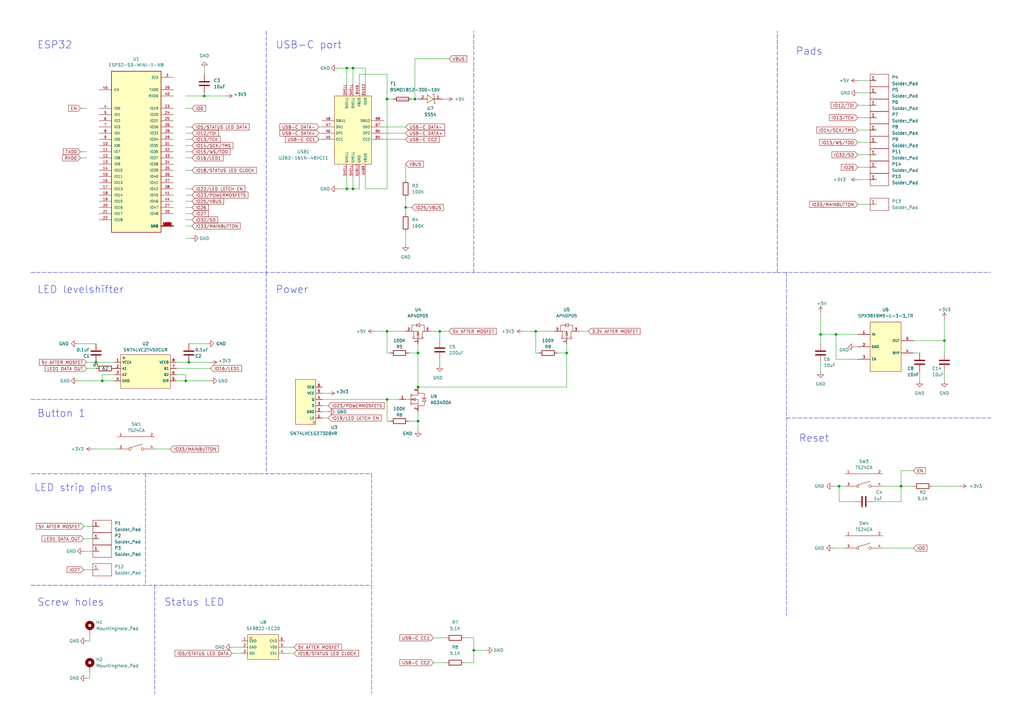
<source format=kicad_sch>
(kicad_sch (version 20211123) (generator eeschema)
  (paper "A3")
  (lib_symbols
    (symbol "Device:10K 0603" (pin_numbers hide) (pin_names (offset 0))
      (property "Reference" "R" (at 2.032 0 90))
      (property "Value" "10K 0603" (at 0 0 90))
      (symbol "10K 0603_1_1"
        (pin passive line (at 0 3.81 270) (length 1.27) (name "~") (number "1"))
        (pin passive line (at 0 -3.81 90) (length 1.27) (name "~") (number "2"))
      )
    )
    (symbol "Device:10uF 0603" (pin_numbers hide) (pin_names (offset 0.254))
      (property "Reference" "C" (at 0.635 2.54 0))
      (property "Value" "10uF 0603" (at 0.635 -2.54 0))
      (symbol "10uF 0603_1_1"
        (pin passive line (at 0 3.81 270) (length 2.794) (name "~") (number "1"))
        (pin passive line (at 0 -3.81 90) (length 2.794) (name "~") (number "2"))
      )
    )
    (symbol "Device:5.1K 1% 0603" (pin_numbers hide) (pin_names (offset 0))
      (property "Reference" "R" (at 2.032 0 90))
      (property "Value" "5.1K 1% 0603" (at 0 0 90))
      (symbol "5.1K 1% 0603_1_1"
        (pin passive line (at 0 3.81 270) (length 1.27) (name "~") (number "1"))
        (pin passive line (at 0 -3.81 90) (length 1.27) (name "~") (number "2"))
      )
    )
    (symbol "Device:C" (pin_numbers hide) (pin_names (offset 0.254))
      (property "Reference" "C" (at 0.635 2.54 0))
      (property "Value" "C" (at 0.635 -2.54 0))
      (symbol "C_1_1"
        (pin passive line (at 0 3.81 270) (length 2.794) (name "~") (number "1"))
        (pin passive line (at 0 -3.81 90) (length 2.794) (name "~") (number "2"))
      )
    )
    (symbol "Device:Fuse" (pin_numbers hide) (pin_names (offset 0))
      (property "Reference" "F" (at 2.032 0 90))
      (property "Value" "Fuse" (at -1.905 0 90))
      (symbol "Fuse_1_1"
        (pin passive line (at 0 3.81 270) (length 1.27) (name "~") (number "1"))
        (pin passive line (at 0 -3.81 90) (length 1.27) (name "~") (number "2"))
      )
    )
    (symbol "Device:R" (pin_numbers hide) (pin_names (offset 0))
      (property "Reference" "R" (at 2.032 0 90))
      (property "Value" "R" (at 0 0 90))
      (symbol "R_1_1"
        (pin passive line (at 0 3.81 270) (length 1.27) (name "~") (number "1"))
        (pin passive line (at 0 -3.81 90) (length 1.27) (name "~") (number "2"))
      )
    )
    (symbol "Mechanical:MountingHole_Pad" (pin_numbers hide) (pin_names (offset 1.016) hide)
      (property "Reference" "H" (at 0 6.35 0))
      (property "Value" "MountingHole_Pad" (at 0 4.445 0))
      (symbol "MountingHole_Pad_1_1"
        (pin input line (at 0 -2.54 90) (length 2.54) (name "1") (number "1"))
      )
    )
    (symbol "MyParts:AO3400A" (pin_names hide)
      (property "Reference" "U" (at 0 1.27 0))
      (property "Value" "AO3400A" (at 0 -2.54 0))
      (symbol "AO3400A_0_0"
        (pin unspecified line (at -109.22 63.5 0) (length 2.54) (name "G") (number "1"))
        (pin unspecified line (at -101.6 58.42 90) (length 2.54) (name "S") (number "2"))
        (pin unspecified line (at -101.6 68.58 270) (length 2.54) (name "D") (number "3"))
      )
    )
    (symbol "MyParts:AP40P05" (pin_names hide)
      (property "Reference" "U" (at -6.35 6.35 0))
      (property "Value" "AP40P05" (at -6.35 2.54 0))
      (symbol "AP40P05_0_0"
        (pin unspecified line (at -5.08 -1.27 0) (length 2.032) (name "G") (number "1"))
        (pin unspecified line (at 0 -6.35 90) (length 2.54) (name "S") (number "2"))
        (pin unspecified line (at 0 3.81 270) (length 2.54) (name "D") (number "3"))
      )
    )
    (symbol "MyParts:ESP32-S3-MINI-1-N8" (pin_names (offset 1.016))
      (property "Reference" "U" (at -10.16 34.29 0))
      (property "Value" "ESP32-S3-MINI-1-N8" (at -10.16 -35.56 0))
      (symbol "ESP32-S3-MINI-1-N8_0_0"
        (pin power_in line (at 15.24 -30.48 180) (length 5.08) (name "GND") (number "1"))
        (pin bidirectional line (at -15.24 2.54 0) (length 5.08) (name "IO6") (number "10"))
        (pin bidirectional line (at -15.24 0 0) (length 5.08) (name "IO7") (number "11"))
        (pin bidirectional line (at -15.24 -2.54 0) (length 5.08) (name "IO8") (number "12"))
        (pin bidirectional line (at -15.24 -5.08 0) (length 5.08) (name "IO9") (number "13"))
        (pin bidirectional line (at -15.24 -7.62 0) (length 5.08) (name "IO10") (number "14"))
        (pin bidirectional line (at -15.24 -10.16 0) (length 5.08) (name "IO11") (number "15"))
        (pin bidirectional line (at -15.24 -12.7 0) (length 5.08) (name "IO12") (number "16"))
        (pin bidirectional line (at -15.24 -15.24 0) (length 5.08) (name "IO13") (number "17"))
        (pin bidirectional line (at -15.24 -17.78 0) (length 5.08) (name "IO14") (number "18"))
        (pin bidirectional line (at -15.24 -20.32 0) (length 5.08) (name "IO15") (number "19"))
        (pin power_in line (at 15.24 -30.48 180) (length 5.08) (name "GND") (number "2"))
        (pin bidirectional line (at -15.24 -22.86 0) (length 5.08) (name "IO16") (number "20"))
        (pin bidirectional line (at -15.24 -25.4 0) (length 5.08) (name "IO17") (number "21"))
        (pin bidirectional line (at -15.24 -27.94 0) (length 5.08) (name "IO18") (number "22"))
        (pin bidirectional line (at 15.24 17.78 180) (length 5.08) (name "IO19") (number "23"))
        (pin bidirectional line (at 15.24 15.24 180) (length 5.08) (name "IO20") (number "24"))
        (pin bidirectional line (at 15.24 12.7 180) (length 5.08) (name "IO21") (number "25"))
        (pin bidirectional line (at 15.24 10.16 180) (length 5.08) (name "IO26") (number "26"))
        (pin bidirectional line (at 15.24 -22.86 180) (length 5.08) (name "IO47") (number "27"))
        (pin bidirectional line (at 15.24 7.62 180) (length 5.08) (name "IO33") (number "28"))
        (pin bidirectional line (at 15.24 5.08 180) (length 5.08) (name "IO34") (number "29"))
        (pin power_in line (at 15.24 30.48 180) (length 5.08) (name "3V3") (number "3"))
        (pin bidirectional line (at 15.24 -25.4 180) (length 5.08) (name "IO48") (number "30"))
        (pin bidirectional line (at 15.24 2.54 180) (length 5.08) (name "IO35") (number "31"))
        (pin bidirectional line (at 15.24 0 180) (length 5.08) (name "IO36") (number "32"))
        (pin bidirectional line (at 15.24 -2.54 180) (length 5.08) (name "IO37") (number "33"))
        (pin bidirectional line (at 15.24 -5.08 180) (length 5.08) (name "IO38") (number "34"))
        (pin bidirectional line (at 15.24 -7.62 180) (length 5.08) (name "IO39") (number "35"))
        (pin bidirectional line (at 15.24 -10.16 180) (length 5.08) (name "IO40") (number "36"))
        (pin bidirectional line (at 15.24 -12.7 180) (length 5.08) (name "IO41") (number "37"))
        (pin bidirectional line (at 15.24 -15.24 180) (length 5.08) (name "IO42") (number "38"))
        (pin bidirectional line (at 15.24 25.4 180) (length 5.08) (name "TXD0") (number "39"))
        (pin bidirectional line (at -15.24 17.78 0) (length 5.08) (name "IO0") (number "4"))
        (pin bidirectional line (at 15.24 22.86 180) (length 5.08) (name "RXD0") (number "40"))
        (pin bidirectional line (at 15.24 -17.78 180) (length 5.08) (name "IO45") (number "41"))
        (pin power_in line (at 15.24 -30.48 180) (length 5.08) (name "GND") (number "42"))
        (pin power_in line (at 15.24 -30.48 180) (length 5.08) (name "GND") (number "43"))
        (pin bidirectional line (at 15.24 -20.32 180) (length 5.08) (name "IO46") (number "44"))
        (pin input line (at -15.24 25.4 0) (length 5.08) (name "EN") (number "45"))
        (pin power_in line (at 15.24 -30.48 180) (length 5.08) (name "GND") (number "46"))
        (pin power_in line (at 15.24 -30.48 180) (length 5.08) (name "GND") (number "47"))
        (pin power_in line (at 15.24 -30.48 180) (length 5.08) (name "GND") (number "48"))
        (pin power_in line (at 15.24 -30.48 180) (length 5.08) (name "GND") (number "49"))
        (pin bidirectional line (at -15.24 15.24 0) (length 5.08) (name "IO1") (number "5"))
        (pin power_in line (at 15.24 -30.48 180) (length 5.08) (name "GND") (number "50"))
        (pin power_in line (at 15.24 -30.48 180) (length 5.08) (name "GND") (number "51"))
        (pin power_in line (at 15.24 -30.48 180) (length 5.08) (name "GND") (number "52"))
        (pin power_in line (at 15.24 -30.48 180) (length 5.08) (name "GND") (number "53"))
        (pin power_in line (at 15.24 -30.48 180) (length 5.08) (name "GND") (number "54"))
        (pin power_in line (at 15.24 -30.48 180) (length 5.08) (name "GND") (number "55"))
        (pin power_in line (at 15.24 -30.48 180) (length 5.08) (name "GND") (number "56"))
        (pin power_in line (at 15.24 -30.48 180) (length 5.08) (name "GND") (number "57"))
        (pin power_in line (at 15.24 -30.48 180) (length 5.08) (name "GND") (number "58"))
        (pin power_in line (at 15.24 -30.48 180) (length 5.08) (name "GND") (number "59"))
        (pin bidirectional line (at -15.24 12.7 0) (length 5.08) (name "IO2") (number "6"))
        (pin power_in line (at 15.24 -30.48 180) (length 5.08) (name "GND") (number "60"))
        (pin power_in line (at 15.24 -30.48 180) (length 5.08) (name "GND") (number "61"))
        (pin power_in line (at 15.24 -30.48 180) (length 5.08) (name "GND") (number "61_1"))
        (pin power_in line (at 15.24 -30.48 180) (length 5.08) (name "GND") (number "61_2"))
        (pin power_in line (at 15.24 -30.48 180) (length 5.08) (name "GND") (number "61_3"))
        (pin power_in line (at 15.24 -30.48 180) (length 5.08) (name "GND") (number "61_4"))
        (pin power_in line (at 15.24 -30.48 180) (length 5.08) (name "GND") (number "61_5"))
        (pin power_in line (at 15.24 -30.48 180) (length 5.08) (name "GND") (number "61_6"))
        (pin power_in line (at 15.24 -30.48 180) (length 5.08) (name "GND") (number "61_7"))
        (pin power_in line (at 15.24 -30.48 180) (length 5.08) (name "GND") (number "61_8"))
        (pin power_in line (at 15.24 -30.48 180) (length 5.08) (name "GND") (number "62"))
        (pin power_in line (at 15.24 -30.48 180) (length 5.08) (name "GND") (number "63"))
        (pin power_in line (at 15.24 -30.48 180) (length 5.08) (name "GND") (number "64"))
        (pin power_in line (at 15.24 -30.48 180) (length 5.08) (name "GND") (number "65"))
        (pin bidirectional line (at -15.24 10.16 0) (length 5.08) (name "IO3") (number "7"))
        (pin bidirectional line (at -15.24 7.62 0) (length 5.08) (name "IO4") (number "8"))
        (pin bidirectional line (at -15.24 5.08 0) (length 5.08) (name "IO5") (number "9"))
      )
    )
    (symbol "MyParts:SK9822-EC20"
      (property "Reference" "U" (at 0 1.27 0))
      (property "Value" "SK9822-EC20" (at 0 -2.54 0))
      (symbol "SK9822-EC20_0_0"
        (pin unspecified line (at -2.54 -7.62 0) (length 2.54) (name "SDO") (number "1"))
        (pin unspecified line (at -2.54 -10.16 0) (length 2.54) (name "GND") (number "2"))
        (pin unspecified line (at -2.54 -12.7 0) (length 2.54) (name "SDI") (number "3"))
        (pin unspecified line (at 15.24 -12.7 180) (length 2.54) (name "CKL") (number "4"))
        (pin unspecified line (at 15.24 -10.16 180) (length 2.54) (name "VDD") (number "5"))
        (pin unspecified line (at 15.24 -7.62 180) (length 2.54) (name "CKO") (number "6"))
      )
    )
    (symbol "MyParts:SN74LVC1G373DBVR"
      (property "Reference" "U" (at 0 1.27 0))
      (property "Value" "SN74LVC1G373DBVR" (at 0 -2.54 0))
      (symbol "SN74LVC1G373DBVR_0_0"
        (pin unspecified line (at -2.54 -12.7 0) (length 2.54) (name "LE") (number "1"))
        (pin unspecified line (at -2.54 -15.24 0) (length 2.54) (name "GND") (number "2"))
        (pin unspecified line (at -2.54 -17.78 0) (length 2.54) (name "D") (number "3"))
        (pin unspecified line (at -2.54 -20.32 0) (length 2.54) (name "Q") (number "4"))
        (pin unspecified line (at -2.54 -22.86 0) (length 2.54) (name "VCC") (number "5"))
        (pin unspecified line (at -2.54 -25.4 0) (length 2.54) (name "OE#") (number "6"))
      )
    )
    (symbol "MyParts:SN74LVC2T45DCUR"
      (property "Reference" "U" (at 0 1.27 0))
      (property "Value" "SN74LVC2T45DCUR" (at 0 -2.54 0))
      (symbol "SN74LVC2T45DCUR_0_0"
        (pin unspecified line (at -12.7 -15.24 0) (length 2.54) (name "VCCA") (number "1"))
        (pin unspecified line (at -12.7 -17.78 0) (length 2.54) (name "A1") (number "2"))
        (pin unspecified line (at -12.7 -20.32 0) (length 2.54) (name "A2") (number "3"))
        (pin unspecified line (at -12.7 -22.86 0) (length 2.54) (name "GND") (number "4"))
        (pin unspecified line (at 12.7 -22.86 180) (length 2.54) (name "DIR") (number "5"))
        (pin unspecified line (at 12.7 -20.32 180) (length 2.54) (name "B2") (number "6"))
        (pin unspecified line (at 12.7 -17.78 180) (length 2.54) (name "B1") (number "7"))
        (pin unspecified line (at 12.7 -15.24 180) (length 2.54) (name "VCCB") (number "8"))
      )
    )
    (symbol "MyParts:SPX3819M5-L-3-3_TR"
      (property "Reference" "U" (at 0 1.27 0))
      (property "Value" "SPX3819M5-L-3-3_TR" (at 0 -2.54 0))
      (symbol "SPX3819M5-L-3-3_TR_0_0"
        (pin unspecified line (at -10.16 -10.16 0) (length 5.08) (name "IN") (number "1"))
        (pin unspecified line (at -10.16 -15.24 0) (length 5.08) (name "GND") (number "2"))
        (pin unspecified line (at -10.16 -20.32 0) (length 5.08) (name "EN") (number "3"))
        (pin unspecified line (at 12.7 -17.78 180) (length 5.08) (name "BYP") (number "4"))
        (pin unspecified line (at 12.7 -12.7 180) (length 5.08) (name "OUT") (number "5"))
      )
    )
    (symbol "MyParts:SS54" (pin_names hide)
      (property "Reference" "U" (at -1.27 8.89 0))
      (property "Value" "SS54" (at -1.27 5.08 0))
      (symbol "SS54_0_0"
        (pin unspecified line (at -5.08 0 0) (length 3.81) (name "K") (number "1"))
        (pin unspecified line (at 5.08 0 180) (length 3.81) (name "A") (number "2"))
      )
    )
    (symbol "MyParts:Solder_Pad"
      (property "Reference" "P" (at 0 3.81 0))
      (property "Value" "Solder_Pad" (at 0 -2.54 0))
      (symbol "Solder_Pad_1_1"
        (pin bidirectional line (at 0 0 0) (length 2.54) (name "") (number "1"))
      )
    )
    (symbol "MyParts:U262-161N-4BVC11"
      (property "Reference" "U" (at -16.51 13.97 0))
      (property "Value" "U262-161N-4BVC11" (at -16.51 10.16 0))
      (symbol "U262-161N-4BVC11_0_0"
        (pin unspecified line (at -17.78 -2.54 0) (length 5.08) (name "GND") (number "A1B12"))
        (pin unspecified line (at -17.78 -5.08 0) (length 5.08) (name "VBUS") (number "A4B9"))
        (pin unspecified line (at -2.54 12.7 270) (length 5.08) (name "CC1") (number "A5"))
        (pin unspecified line (at 0 12.7 270) (length 5.08) (name "DP1") (number "A6"))
        (pin unspecified line (at 2.54 12.7 270) (length 5.08) (name "DN1") (number "A7"))
        (pin unspecified line (at 5.08 12.7 270) (length 5.08) (name "SBU1") (number "A8"))
        (pin unspecified line (at 20.32 -5.08 180) (length 5.08) (name "GND") (number "B1A12"))
        (pin unspecified line (at 20.32 -2.54 180) (length 5.08) (name "VBUS") (number "B4A9"))
        (pin unspecified line (at -2.54 -12.7 90) (length 5.08) (name "CC2") (number "B5"))
        (pin unspecified line (at 0 -12.7 90) (length 5.08) (name "DP2") (number "B6"))
        (pin unspecified line (at 2.54 -12.7 90) (length 5.08) (name "DN2") (number "B7"))
        (pin unspecified line (at 5.08 -12.7 90) (length 5.08) (name "SBU2") (number "B8"))
        (pin unspecified line (at -17.78 0 0) (length 5.08) (name "SHELL") (number "SHELL"))
        (pin unspecified line (at -17.78 2.54 0) (length 5.08) (name "SHELL") (number "SHELL"))
        (pin unspecified line (at 20.32 0 180) (length 5.08) (name "SHELL") (number "SHELL"))
        (pin unspecified line (at 20.32 2.54 180) (length 5.08) (name "SHELL") (number "SHELL"))
      )
    )
    (symbol "TS24CA_1" (pin_names hide)
      (property "Reference" "SW" (at 0 1.27 0))
      (property "Value" "TS24CA_1" (at 0 -2.54 0))
      (symbol "TS24CA_1_0_0"
        (pin unspecified line (at -7.62 -10.16 0) (length 2.54) (name "1") (number "1"))
        (pin unspecified line (at 7.62 -10.16 180) (length 2.54) (name "2") (number "2"))
        (pin unspecified line (at -7.62 -15.24 0) (length 2.54) (name "3") (number "3"))
        (pin unspecified line (at 7.62 -15.24 180) (length 2.54) (name "4") (number "4"))
      )
    )
    (symbol "power:+3.3V" (power) (pin_names (offset 0))
      (property "Value" "+3.3V" (at 0 3.556 0))
      (symbol "+3.3V_1_1"
        (pin power_in line (at 0 0 90) (length 0) hide (name "+3V3") (number "1"))
      )
    )
    (symbol "power:+5V" (power) (pin_names (offset 0))
      (property "Value" "+5V" (at 0 3.556 0))
      (symbol "+5V_1_1"
        (pin power_in line (at 0 0 90) (length 0) hide (name "+5V") (number "1"))
      )
    )
    (symbol "power:GND" (power) (pin_names (offset 0))
      (property "Value" "GND" (at 0 -3.81 0))
      (symbol "GND_1_1"
        (pin power_in line (at 0 0 270) (length 0) hide (name "GND") (number "1"))
      )
    )
  )
  (junction (at 77.47 148.59))
  (junction (at 142.24 77.47))
  (junction (at 158.75 40.64))
  (junction (at 342.9 137.16))
  (junction (at 369.57 199.39))
  (junction (at 171.45 144.78))
  (junction (at 387.35 139.7))
  (junction (at 144.78 77.47))
  (junction (at 158.75 163.83))
  (junction (at 336.55 137.16))
  (junction (at 170.18 40.64))
  (junction (at 180.34 135.89))
  (junction (at 171.45 172.72))
  (junction (at 171.45 158.75))
  (junction (at 194.31 266.7))
  (junction (at 41.91 156.21))
  (junction (at 166.37 85.09))
  (junction (at 142.24 27.94))
  (junction (at 232.41 144.78))
  (junction (at 76.2 156.21))
  (junction (at 83.82 39.37))
  (junction (at 219.71 135.89))
  (junction (at 144.78 27.94))
  (junction (at 39.37 148.59))
  (junction (at 344.17 199.39))
  (junction (at 158.75 135.89))
  (wire (pts (xy 190.5 261.62) (xy 194.31 261.62)))
  (wire (pts (xy 41.91 156.21) (xy 46.99 156.21)))
  (wire (pts (xy 166.37 67.31) (xy 166.37 73.66)))
  (wire (pts (xy 35.56 278.13) (xy 36.83 278.13)))
  (wire (pts (xy 63.5 184.15) (xy 69.85 184.15)))
  (wire (pts (xy 149.86 27.94) (xy 144.78 27.94)))
  (wire (pts (xy 134.62 166.37) (xy 132.08 166.37)))
  (wire (pts (xy 31.75 156.21) (xy 41.91 156.21)))
  (wire (pts (xy 377.19 152.4) (xy 377.19 156.21)))
  (wire (pts (xy 76.2 87.63) (xy 78.74 87.63)))
  (wire (pts (xy 35.56 262.89) (xy 36.83 262.89)))
  (wire (pts (xy 116.84 267.97) (xy 120.65 267.97)))
  (wire (pts (xy 219.71 135.89) (xy 227.33 135.89)))
  (wire (pts (xy 72.39 151.13) (xy 86.36 151.13)))
  (wire (pts (xy 77.47 140.97) (xy 85.09 140.97)))
  (wire (pts (xy 351.79 33.02) (xy 356.87 33.02)))
  (polyline (pts (xy 194.31 111.76) (xy 194.31 12.7)))
  (wire (pts (xy 38.1 184.15) (xy 48.26 184.15)))
  (wire (pts (xy 35.56 148.59) (xy 39.37 148.59)))
  (wire (pts (xy 228.6 144.78) (xy 232.41 144.78)))
  (wire (pts (xy 78.74 64.77) (xy 76.2 64.77)))
  (wire (pts (xy 166.37 85.09) (xy 166.37 87.63)))
  (wire (pts (xy 369.57 205.74) (xy 358.14 205.74)))
  (polyline (pts (xy 12.7 163.83) (xy 109.22 163.83)))
  (wire (pts (xy 177.8 261.62) (xy 182.88 261.62)))
  (wire (pts (xy 78.74 54.61) (xy 76.2 54.61)))
  (wire (pts (xy 34.29 215.9) (xy 38.1 215.9)))
  (wire (pts (xy 36.83 260.35) (xy 36.83 262.89)))
  (wire (pts (xy 83.82 38.1) (xy 83.82 39.37)))
  (wire (pts (xy 167.64 144.78) (xy 171.45 144.78)))
  (wire (pts (xy 83.82 27.94) (xy 83.82 30.48)))
  (wire (pts (xy 351.79 83.82) (xy 356.87 83.82)))
  (wire (pts (xy 72.39 148.59) (xy 77.47 148.59)))
  (wire (pts (xy 78.74 57.15) (xy 76.2 57.15)))
  (wire (pts (xy 220.98 144.78) (xy 219.71 144.78)))
  (wire (pts (xy 76.2 69.85) (xy 78.74 69.85)))
  (wire (pts (xy 336.55 128.27) (xy 336.55 137.16)))
  (wire (pts (xy 78.74 90.17) (xy 76.2 90.17)))
  (wire (pts (xy 35.56 151.13) (xy 39.37 151.13)))
  (wire (pts (xy 157.48 54.61) (xy 166.37 54.61)))
  (wire (pts (xy 342.9 137.16) (xy 351.79 137.16)))
  (wire (pts (xy 344.17 205.74) (xy 344.17 199.39)))
  (wire (pts (xy 72.39 156.21) (xy 76.2 156.21)))
  (wire (pts (xy 134.62 161.29) (xy 132.08 161.29)))
  (wire (pts (xy 158.75 144.78) (xy 158.75 135.89)))
  (wire (pts (xy 153.67 135.89) (xy 158.75 135.89)))
  (wire (pts (xy 351.79 147.32) (xy 342.9 147.32)))
  (wire (pts (xy 95.25 267.97) (xy 99.06 267.97)))
  (wire (pts (xy 351.79 73.66) (xy 356.87 73.66)))
  (wire (pts (xy 130.81 54.61) (xy 132.08 54.61)))
  (wire (pts (xy 142.24 77.47) (xy 138.43 77.47)))
  (wire (pts (xy 336.55 137.16) (xy 342.9 137.16)))
  (wire (pts (xy 171.45 144.78) (xy 171.45 158.75)))
  (wire (pts (xy 342.9 147.32) (xy 342.9 137.16)))
  (wire (pts (xy 351.79 53.34) (xy 356.87 53.34)))
  (wire (pts (xy 341.63 199.39) (xy 344.17 199.39)))
  (wire (pts (xy 149.86 34.29) (xy 149.86 27.94)))
  (wire (pts (xy 144.78 34.29) (xy 144.78 27.94)))
  (wire (pts (xy 180.34 135.89) (xy 184.15 135.89)))
  (polyline (pts (xy 12.7 111.76) (xy 318.77 111.76)))
  (wire (pts (xy 374.65 144.78) (xy 377.19 144.78)))
  (wire (pts (xy 76.2 39.37) (xy 83.82 39.37)))
  (wire (pts (xy 39.37 148.59) (xy 46.99 148.59)))
  (polyline (pts (xy 109.22 12.7) (xy 109.22 111.76)))
  (wire (pts (xy 160.02 172.72) (xy 158.75 172.72)))
  (wire (pts (xy 134.62 168.91) (xy 132.08 168.91)))
  (wire (pts (xy 41.91 153.67) (xy 41.91 156.21)))
  (wire (pts (xy 36.83 275.59) (xy 36.83 278.13)))
  (wire (pts (xy 76.2 92.71) (xy 78.74 92.71)))
  (wire (pts (xy 158.75 172.72) (xy 158.75 163.83)))
  (wire (pts (xy 77.47 148.59) (xy 86.36 148.59)))
  (wire (pts (xy 181.61 40.64) (xy 182.88 40.64)))
  (wire (pts (xy 158.75 163.83) (xy 163.83 163.83)))
  (wire (pts (xy 237.49 135.89) (xy 241.3 135.89)))
  (wire (pts (xy 76.2 77.47) (xy 78.74 77.47)))
  (wire (pts (xy 219.71 144.78) (xy 219.71 135.89)))
  (wire (pts (xy 132.08 57.15) (xy 130.81 57.15)))
  (wire (pts (xy 142.24 72.39) (xy 142.24 77.47)))
  (wire (pts (xy 76.2 85.09) (xy 78.74 85.09)))
  (wire (pts (xy 34.29 226.06) (xy 38.1 226.06)))
  (wire (pts (xy 170.18 24.13) (xy 170.18 40.64)))
  (wire (pts (xy 232.41 144.78) (xy 232.41 158.75)))
  (wire (pts (xy 387.35 152.4) (xy 387.35 156.21)))
  (wire (pts (xy 78.74 44.45) (xy 76.2 44.45)))
  (wire (pts (xy 361.95 199.39) (xy 369.57 199.39)))
  (wire (pts (xy 34.29 220.98) (xy 38.1 220.98)))
  (wire (pts (xy 149.86 72.39) (xy 149.86 77.47)))
  (wire (pts (xy 78.74 62.23) (xy 76.2 62.23)))
  (wire (pts (xy 171.45 172.72) (xy 171.45 176.53)))
  (wire (pts (xy 142.24 27.94) (xy 142.24 34.29)))
  (polyline (pts (xy 322.58 171.45) (xy 406.4 171.45)))
  (wire (pts (xy 336.55 148.59) (xy 336.55 152.4)))
  (polyline (pts (xy 152.4 194.31) (xy 152.4 284.48)))
  (wire (pts (xy 351.79 68.58) (xy 356.87 68.58)))
  (wire (pts (xy 177.8 271.78) (xy 182.88 271.78)))
  (wire (pts (xy 374.65 139.7) (xy 387.35 139.7)))
  (wire (pts (xy 76.2 156.21) (xy 86.36 156.21)))
  (wire (pts (xy 170.18 40.64) (xy 171.45 40.64)))
  (wire (pts (xy 351.79 58.42) (xy 356.87 58.42)))
  (wire (pts (xy 168.91 85.09) (xy 166.37 85.09)))
  (wire (pts (xy 194.31 261.62) (xy 194.31 266.7)))
  (wire (pts (xy 387.35 130.81) (xy 387.35 139.7)))
  (wire (pts (xy 166.37 95.25) (xy 166.37 100.33)))
  (polyline (pts (xy 63.5 240.03) (xy 63.5 284.48)))
  (wire (pts (xy 76.2 153.67) (xy 76.2 156.21)))
  (wire (pts (xy 76.2 80.01) (xy 78.74 80.01)))
  (wire (pts (xy 34.29 233.68) (xy 38.1 233.68)))
  (wire (pts (xy 149.86 77.47) (xy 158.75 77.47)))
  (wire (pts (xy 351.79 48.26) (xy 356.87 48.26)))
  (wire (pts (xy 184.15 24.13) (xy 170.18 24.13)))
  (wire (pts (xy 180.34 135.89) (xy 180.34 139.7)))
  (wire (pts (xy 166.37 81.28) (xy 166.37 85.09)))
  (wire (pts (xy 46.99 153.67) (xy 41.91 153.67)))
  (wire (pts (xy 130.81 52.07) (xy 132.08 52.07)))
  (wire (pts (xy 351.79 43.18) (xy 356.87 43.18)))
  (wire (pts (xy 134.62 171.45) (xy 132.08 171.45)))
  (wire (pts (xy 387.35 139.7) (xy 387.35 144.78)))
  (wire (pts (xy 341.63 224.79) (xy 346.71 224.79)))
  (wire (pts (xy 147.32 77.47) (xy 144.78 77.47)))
  (polyline (pts (xy 12.7 194.31) (xy 152.4 194.31)))
  (polyline (pts (xy 12.7 240.03) (xy 152.4 240.03)))
  (wire (pts (xy 158.75 40.64) (xy 158.75 77.47)))
  (wire (pts (xy 369.57 199.39) (xy 369.57 205.74)))
  (polyline (pts (xy 322.58 111.76) (xy 322.58 252.73)))
  (polyline (pts (xy 318.77 111.76) (xy 406.4 111.76)))
  (wire (pts (xy 76.2 52.07) (xy 78.74 52.07)))
  (wire (pts (xy 232.41 140.97) (xy 232.41 144.78)))
  (polyline (pts (xy 109.22 111.76) (xy 109.22 194.31)))
  (wire (pts (xy 351.79 38.1) (xy 356.87 38.1)))
  (wire (pts (xy 214.63 135.89) (xy 219.71 135.89)))
  (wire (pts (xy 33.02 44.45) (xy 35.56 44.45)))
  (wire (pts (xy 95.25 265.43) (xy 99.06 265.43)))
  (wire (pts (xy 160.02 144.78) (xy 158.75 144.78)))
  (wire (pts (xy 158.75 30.48) (xy 158.75 40.64)))
  (wire (pts (xy 144.78 72.39) (xy 144.78 77.47)))
  (wire (pts (xy 147.32 34.29) (xy 147.32 30.48)))
  (wire (pts (xy 78.74 97.79) (xy 76.2 97.79)))
  (wire (pts (xy 194.31 266.7) (xy 194.31 271.78)))
  (wire (pts (xy 369.57 199.39) (xy 369.57 193.04)))
  (wire (pts (xy 336.55 140.97) (xy 336.55 137.16)))
  (wire (pts (xy 76.2 82.55) (xy 78.74 82.55)))
  (wire (pts (xy 361.95 224.79) (xy 374.65 224.79)))
  (wire (pts (xy 374.65 199.39) (xy 369.57 199.39)))
  (wire (pts (xy 344.17 199.39) (xy 346.71 199.39)))
  (wire (pts (xy 72.39 153.67) (xy 76.2 153.67)))
  (wire (pts (xy 176.53 135.89) (xy 180.34 135.89)))
  (wire (pts (xy 39.37 140.97) (xy 31.75 140.97)))
  (wire (pts (xy 180.34 147.32) (xy 180.34 149.86)))
  (wire (pts (xy 171.45 168.91) (xy 171.45 172.72)))
  (wire (pts (xy 190.5 271.78) (xy 194.31 271.78)))
  (wire (pts (xy 369.57 193.04) (xy 374.65 193.04)))
  (wire (pts (xy 78.74 59.69) (xy 76.2 59.69)))
  (wire (pts (xy 147.32 72.39) (xy 147.32 77.47)))
  (polyline (pts (xy 318.77 111.76) (xy 318.77 12.7)))
  (wire (pts (xy 168.91 40.64) (xy 170.18 40.64)))
  (polyline (pts (xy 59.69 194.31) (xy 59.69 240.03)))
  (wire (pts (xy 171.45 158.75) (xy 232.41 158.75)))
  (wire (pts (xy 157.48 57.15) (xy 166.37 57.15)))
  (wire (pts (xy 158.75 135.89) (xy 166.37 135.89)))
  (wire (pts (xy 194.31 266.7) (xy 199.39 266.7)))
  (wire (pts (xy 144.78 27.94) (xy 142.24 27.94)))
  (wire (pts (xy 116.84 265.43) (xy 120.65 265.43)))
  (wire (pts (xy 351.79 63.5) (xy 356.87 63.5)))
  (wire (pts (xy 350.52 205.74) (xy 344.17 205.74)))
  (wire (pts (xy 157.48 52.07) (xy 166.37 52.07)))
  (wire (pts (xy 138.43 27.94) (xy 142.24 27.94)))
  (wire (pts (xy 33.02 64.77) (xy 35.56 64.77)))
  (wire (pts (xy 171.45 140.97) (xy 171.45 144.78)))
  (wire (pts (xy 144.78 77.47) (xy 142.24 77.47)))
  (wire (pts (xy 33.02 62.23) (xy 35.56 62.23)))
  (wire (pts (xy 147.32 30.48) (xy 158.75 30.48)))
  (wire (pts (xy 83.82 39.37) (xy 92.71 39.37)))
  (wire (pts (xy 382.27 199.39) (xy 393.7 199.39)))
  (wire (pts (xy 161.29 40.64) (xy 158.75 40.64)))
  (wire (pts (xy 167.64 172.72) (xy 171.45 172.72)))
  (wire (pts (xy 350.52 142.24) (xy 351.79 142.24)))
  (wire (pts (xy 132.08 163.83) (xy 158.75 163.83)))
  (text "Reset" (at 327.66 181.61 0) (effects (font (size 3 3)) (justify left bottom)))
  (text "Screw holes" (at 15.24 248.92 0) (effects (font (size 3 3)) (justify left bottom)))
  (text "LED levelshifter" (at 15.24 120.6499 0) (effects (font (size 3 3)) (justify left bottom)))
  (text "Power" (at 113.03 120.65 0) (effects (font (size 3 3)) (justify left bottom)))
  (text "Button 1" (at 15.24 171.45 0) (effects (font (size 3 3)) (justify left bottom)))
  (text "LED strip pins" (at 13.97 201.93 0) (effects (font (size 3 3)) (justify left bottom)))
  (text "Pads" (at 326.39 22.86 0) (effects (font (size 3 3)) (justify left bottom)))
  (text "USB-C port" (at 113.03 20.32 0) (effects (font (size 3 3)) (justify left bottom)))
  (text "ESP32" (at 15.24 20.32 0) (effects (font (size 3 3)) (justify left bottom)))
  (text "Status LED" (at 67.31 248.92 0) (effects (font (size 3 3)) (justify left bottom)))
  (global_label "IO18{slash}STATUS LED CLOCK" (shape input) (at 78.74 69.85 0) (property "Intersheet References" "${INTERSHEET_REFS}" (effects hide)))
  (global_label "5V AFTER MOSFET" (shape input) (at 184.15 135.89 0) (property "Intersheet References" "${INTERSHEET_REFS}" (effects hide)))
  (global_label "IO14{slash}SCK/TMS" (shape input) (at 351.79 53.34 180) (property "Intersheet References" "${INTERSHEET_REFS}" (effects hide)))
  (global_label "IO15{slash}WS/TDO" (shape input) (at 351.79 58.42 180) (property "Intersheet References" "${INTERSHEET_REFS}" (effects hide)))
  (global_label "USB-C CC2" (shape input) (at 166.37 57.15 0) (property "Intersheet References" "${INTERSHEET_REFS}" (effects hide)))
  (global_label "IO0" (shape input) (at 374.65 224.79 0) (property "Intersheet References" "${INTERSHEET_REFS}" (effects hide)))
  (global_label "IO0" (shape input) (at 78.74 44.45 0) (property "Intersheet References" "${INTERSHEET_REFS}" (effects hide)))
  (global_label "IO13{slash}TCK" (shape input) (at 351.79 48.26 180) (property "Intersheet References" "${INTERSHEET_REFS}" (effects hide)))
  (global_label "IO18{slash}STATUS LED CLOCK" (shape input) (at 120.65 267.97 0) (property "Intersheet References" "${INTERSHEET_REFS}" (effects hide)))
  (global_label "USB-C DATA+" (shape input) (at 166.37 54.61 0) (property "Intersheet References" "${INTERSHEET_REFS}" (effects hide)))
  (global_label "RXD0" (shape input) (at 33.02 64.77 180) (property "Intersheet References" "${INTERSHEET_REFS}" (effects hide)))
  (global_label "5V AFTER MOSFET" (shape input) (at 120.65 265.43 0) (property "Intersheet References" "${INTERSHEET_REFS}" (effects hide)))
  (global_label "VBUS" (shape input) (at 166.37 67.31 0) (property "Intersheet References" "${INTERSHEET_REFS}" (effects hide)))
  (global_label "IO16{slash}LED1" (shape input) (at 86.36 151.13 0) (property "Intersheet References" "${INTERSHEET_REFS}" (effects hide)))
  (global_label "USB-C CC1" (shape input) (at 177.8 261.62 180) (property "Intersheet References" "${INTERSHEET_REFS}" (effects hide)))
  (global_label "IO33{slash}MAINBUTTON" (shape input) (at 78.74 92.71 0) (property "Intersheet References" "${INTERSHEET_REFS}" (effects hide)))
  (global_label "TXD0" (shape input) (at 33.02 62.23 180) (property "Intersheet References" "${INTERSHEET_REFS}" (effects hide)))
  (global_label "IO33{slash}MAINBUTTON" (shape input) (at 69.85 184.15 0) (property "Intersheet References" "${INTERSHEET_REFS}" (effects hide)))
  (global_label "LED1 DATA OUT" (shape input) (at 34.29 220.98 180) (property "Intersheet References" "${INTERSHEET_REFS}" (effects hide)))
  (global_label "5V AFTER MOSFET" (shape input) (at 35.56 148.59 180) (property "Intersheet References" "${INTERSHEET_REFS}" (effects hide)))
  (global_label "IO26" (shape input) (at 351.79 68.58 180) (property "Intersheet References" "${INTERSHEET_REFS}" (effects hide)))
  (global_label "USB-C DATA-" (shape input) (at 166.37 52.07 0) (property "Intersheet References" "${INTERSHEET_REFS}" (effects hide)))
  (global_label "IO15{slash}WS/TDO" (shape input) (at 78.74 62.23 0) (property "Intersheet References" "${INTERSHEET_REFS}" (effects hide)))
  (global_label "IO26" (shape input) (at 78.74 85.09 0) (property "Intersheet References" "${INTERSHEET_REFS}" (effects hide)))
  (global_label "IO23{slash}POWERMOSFETS" (shape input) (at 134.62 166.37 0) (property "Intersheet References" "${INTERSHEET_REFS}" (effects hide)))
  (global_label "IO5{slash}STATUS LED DATA" (shape input) (at 95.25 267.97 180) (property "Intersheet References" "${INTERSHEET_REFS}" (effects hide)))
  (global_label "LED1 DATA OUT" (shape input) (at 35.56 151.13 180) (property "Intersheet References" "${INTERSHEET_REFS}" (effects hide)))
  (global_label "IO25{slash}VBUS" (shape input) (at 168.91 85.09 0) (property "Intersheet References" "${INTERSHEET_REFS}" (effects hide)))
  (global_label "EN" (shape input) (at 374.65 193.04 0) (property "Intersheet References" "${INTERSHEET_REFS}" (effects hide)))
  (global_label "IO22{slash}LED LETCH EN" (shape input) (at 78.74 77.47 0) (property "Intersheet References" "${INTERSHEET_REFS}" (effects hide)))
  (global_label "IO12{slash}TDI" (shape input) (at 351.79 43.18 180) (property "Intersheet References" "${INTERSHEET_REFS}" (effects hide)))
  (global_label "IO25{slash}VBUS" (shape input) (at 78.74 82.55 0) (property "Intersheet References" "${INTERSHEET_REFS}" (effects hide)))
  (global_label "USB-C CC1" (shape input) (at 130.81 57.15 180) (property "Intersheet References" "${INTERSHEET_REFS}" (effects hide)))
  (global_label "USB-C CC2" (shape input) (at 177.8 271.78 180) (property "Intersheet References" "${INTERSHEET_REFS}" (effects hide)))
  (global_label "3.3V AFTER MOSFET" (shape input) (at 241.3 135.89 0) (property "Intersheet References" "${INTERSHEET_REFS}" (effects hide)))
  (global_label "IO16{slash}LED1" (shape input) (at 78.74 64.77 0) (property "Intersheet References" "${INTERSHEET_REFS}" (effects hide)))
  (global_label "IO32{slash}SD" (shape input) (at 351.79 63.5 180) (property "Intersheet References" "${INTERSHEET_REFS}" (effects hide)))
  (global_label "IO19{slash}LED LETCH EN" (shape input) (at 134.62 171.45 0) (property "Intersheet References" "${INTERSHEET_REFS}" (effects hide)))
  (global_label "USB-C DATA+" (shape input) (at 130.81 54.61 180) (property "Intersheet References" "${INTERSHEET_REFS}" (effects hide)))
  (global_label "IO13{slash}TCK" (shape input) (at 78.74 57.15 0) (property "Intersheet References" "${INTERSHEET_REFS}" (effects hide)))
  (global_label "IO33{slash}MAINBUTTON" (shape input) (at 351.79 83.82 180) (property "Intersheet References" "${INTERSHEET_REFS}" (effects hide)))
  (global_label "IO5{slash}STATUS LED DATA" (shape input) (at 78.74 52.07 0) (property "Intersheet References" "${INTERSHEET_REFS}" (effects hide)))
  (global_label "IO23{slash}POWERMOSFETS" (shape input) (at 78.74 80.01 0) (property "Intersheet References" "${INTERSHEET_REFS}" (effects hide)))
  (global_label "IO27" (shape input) (at 34.29 233.68 180) (property "Intersheet References" "${INTERSHEET_REFS}" (effects hide)))
  (global_label "USB-C DATA-" (shape input) (at 130.81 52.07 180) (property "Intersheet References" "${INTERSHEET_REFS}" (effects hide)))
  (global_label "EN" (shape input) (at 33.02 44.45 180) (property "Intersheet References" "${INTERSHEET_REFS}" (effects hide)))
  (global_label "IO12{slash}TDI" (shape input) (at 78.74 54.61 0) (property "Intersheet References" "${INTERSHEET_REFS}" (effects hide)))
  (global_label "IO32{slash}SD" (shape input) (at 78.74 90.17 0) (property "Intersheet References" "${INTERSHEET_REFS}" (effects hide)))
  (global_label "VBUS" (shape input) (at 184.15 24.13 0) (property "Intersheet References" "${INTERSHEET_REFS}" (effects hide)))
  (global_label "IO27" (shape input) (at 78.74 87.63 0) (property "Intersheet References" "${INTERSHEET_REFS}" (effects hide)))
  (global_label "5V AFTER MOSFET" (shape input) (at 34.29 215.9 180) (property "Intersheet References" "${INTERSHEET_REFS}" (effects hide)))
  (global_label "IO14{slash}SCK/TMS" (shape input) (at 78.74 59.69 0) (property "Intersheet References" "${INTERSHEET_REFS}" (effects hide)))
  (symbol (lib_id "power:GND") (at 180.34 149.86 0) (mirror y) (unit 1)
    (property "Reference" "#PWR0108" (effects hide))
    (property "Value" "GND" (at 181.61 154.94 0) (effects (justify left)))
  )
  (symbol (lib_id "MyParts:Solder_Pad") (at 356.87 58.42 0) (unit 1)
    (property "Reference" "P9" (at 365.76 57.1499 0) (effects (justify left)))
    (property "Value" "Solder_Pad" (at 365.76 59.6899 0) (effects (justify left)))
    (property "Footprint" "footprint:Solder pad" (effects hide))
  )
  (symbol (lib_id "power:GND") (at 138.43 27.94 270) (unit 1)
    (property "Reference" "#PWR0139" (effects hide))
    (property "Value" "GND" (at 133.35 27.94 90))
  )
  (symbol (lib_id "power:+5V") (at 182.88 40.64 270) (unit 1)
    (property "Reference" "#PWR0136" (effects hide))
    (property "Value" "+5V" (at 190.5 40.64 90) (effects (justify right)))
  )
  (symbol (lib_id "MyParts:Solder_Pad") (at 356.87 38.1 0) (unit 1)
    (property "Reference" "P5" (at 365.76 36.8299 0) (effects (justify left)))
    (property "Value" "Solder_Pad" (at 365.76 39.3699 0) (effects (justify left)))
    (property "Footprint" "footprint:Solder pad" (effects hide))
  )
  (symbol (lib_id "Device:10K 0603") (at 224.79 144.78 270) (unit 1)
    (property "Reference" "R9" (at 224.79 142.24 90))
    (property "Value" "100K" (at 224.79 139.7 90))
    (property "Footprint" "Resistor_SMD:R_0402_1005Metric" (effects hide))
    (property "LCSC #" "C25741" (effects hide))
  )
  (symbol (lib_id "MyParts:SS54") (at 176.53 40.64 180) (unit 1)
    (property "Reference" "U7" (at 176.53 44.45 0))
    (property "Value" "SS54" (at 176.53 46.99 0))
    (property "Footprint" "footprint:SMA_L4.4-W2.8-LS5.4-RD" (effects hide))
    (property "LCSC #" "C123946" (effects hide))
  )
  (symbol (lib_id "Device:R") (at 166.37 91.44 180) (unit 1)
    (property "Reference" "R4" (at 168.91 90.1699 0) (effects (justify right)))
    (property "Value" "160K" (at 168.91 92.7099 0) (effects (justify right)))
    (property "Footprint" "Resistor_SMD:R_0603_1608Metric" (effects hide))
    (property "LCSC #" "C22813" (effects hide))
  )
  (symbol (lib_id "MyParts:Solder_Pad") (at 38.1 220.98 0) (unit 1)
    (property "Reference" "P2" (at 46.99 219.7099 0) (effects (justify left)))
    (property "Value" "Solder_Pad" (at 46.99 222.2499 0) (effects (justify left)))
    (property "Footprint" "footprint:Solder pad" (effects hide))
  )
  (symbol (lib_id "MyParts:Solder_Pad") (at 356.87 63.5 0) (unit 1)
    (property "Reference" "P11" (at 365.76 62.2299 0) (effects (justify left)))
    (property "Value" "Solder_Pad" (at 365.76 64.7699 0) (effects (justify left)))
    (property "Footprint" "footprint:Solder pad" (effects hide))
  )
  (symbol (lib_id "Device:C") (at 77.47 144.78 0) (mirror x) (unit 1)
    (property "Reference" "C2" (at 80.01 146.05 0) (effects (justify left)))
    (property "Value" "0.1uF" (at 80.01 143.51 0) (effects (justify left)))
    (property "Footprint" "Capacitor_SMD:C_0402_1005Metric" (effects hide))
    (property "LCSC #" "C1525" (effects hide))
  )
  (symbol (lib_id "power:GND") (at 35.56 278.13 270) (unit 1)
    (property "Reference" "#PWR0112" (effects hide))
    (property "Value" "GND" (at 30.48 278.13 90))
  )
  (symbol (lib_id "Mechanical:MountingHole_Pad") (at 36.83 273.05 0) (unit 1)
    (property "Reference" "H2" (at 39.37 270.5099 0) (effects (justify left)))
    (property "Value" "MountingHole_Pad" (at 39.37 273.0499 0) (effects (justify left)))
    (property "Footprint" "MountingHole:MountingHole_2.2mm_M2_ISO7380" (effects hide))
  )
  (symbol (lib_id "Device:R") (at 43.18 151.13 270) (unit 1)
    (property "Reference" "R1" (at 39.37 149.86 90))
    (property "Value" "62" (at 43.18 151.13 90))
    (property "Footprint" "Resistor_SMD:R_0402_1005Metric" (effects hide))
    (property "LCSC #" "C4962" (effects hide))
  )
  (symbol (lib_id "power:+5V") (at 336.55 128.27 0) (unit 1)
    (property "Reference" "#PWR0116" (effects hide))
    (property "Value" "+5V" (at 339.09 124.46 0) (effects (justify right)))
  )
  (symbol (lib_id "Device:Fuse") (at 165.1 40.64 90) (unit 1)
    (property "Reference" "F1" (at 161.29 34.29 90))
    (property "Value" "BSMD1812-300-16V" (at 170.18 36.83 90))
    (property "Footprint" "Fuse:Fuse_1812_4532Metric_Pad1.30x3.40mm_HandSolder" (effects hide))
    (property "LCSC #" "C883162" (effects hide))
  )
  (symbol (lib_id "MyParts:SPX3819M5-L-3-3_TR") (at 361.95 127 0) (unit 1)
    (property "Reference" "U6" (at 363.22 127 0))
    (property "Value" "SPX3819M5-L-3-3_TR" (at 363.22 129.54 0))
    (property "Footprint" "footprint:SOT-23-5_L3.0-W1.7-P0.95-LS2.8-BR" (effects hide))
    (property "Datasheet" "https://item.szlcsc.com/236104.html" (effects hide))
    (property "LCSC #" "C9055" (effects hide))
  )
  (symbol (lib_id "power:+5V") (at 351.79 33.02 90) (unit 1)
    (property "Reference" "#PWR0147" (effects hide))
    (property "Value" "+5V" (at 344.17 33.02 90) (effects (justify right)))
  )
  (symbol (lib_id "Device:10uF 0603") (at 387.35 148.59 180) (unit 1)
    (property "Reference" "C14" (at 382.27 151.13 0) (effects (justify right)))
    (property "Value" "10uF" (at 382.27 153.67 0) (effects (justify right)))
    (property "Footprint" "Capacitor_SMD:C_0603_1608Metric" (effects hide))
    (property "LCSC #" "C96446" (effects hide))
  )
  (symbol (lib_id "MyParts:Solder_Pad") (at 356.87 53.34 0) (unit 1)
    (property "Reference" "P8" (at 365.76 52.0699 0) (effects (justify left)))
    (property "Value" "Solder_Pad" (at 365.76 54.6099 0) (effects (justify left)))
    (property "Footprint" "footprint:Solder pad" (effects hide))
  )
  (symbol (lib_id "MyParts:Solder_Pad") (at 356.87 68.58 0) (unit 1)
    (property "Reference" "P14" (at 365.76 67.3099 0) (effects (justify left)))
    (property "Value" "Solder_Pad" (at 365.76 69.8499 0) (effects (justify left)))
    (property "Footprint" "footprint:Solder pad" (effects hide))
  )
  (symbol (lib_id "Device:10K 0603") (at 163.83 172.72 270) (unit 1)
    (property "Reference" "R6" (at 163.83 170.18 90))
    (property "Value" "100K" (at 163.83 167.64 90))
    (property "Footprint" "Resistor_SMD:R_0402_1005Metric" (effects hide))
    (property "LCSC #" "C25741" (effects hide))
  )
  (symbol (lib_id "power:GND") (at 31.75 140.97 270) (mirror x) (unit 1)
    (property "Reference" "#PWR0125" (effects hide))
    (property "Value" "GND" (at 24.13 140.97 90) (effects (justify left)))
  )
  (symbol (lib_id "MyParts:AP40P05") (at 233.68 135.89 270) (mirror x) (unit 1)
    (property "Reference" "U5" (at 232.41 127 90))
    (property "Value" "AP40P05" (at 232.41 129.54 90))
    (property "Footprint" "footprint:SOT-23-3_L2.9-W1.3-P1.90-LS2.4-BR" (effects hide))
    (property "Datasheet" "https://www.diodes.com/assets/Package-Files/SOT23.pdf" (effects hide))
    (property "LCSC #" "C2886385" (effects hide))
  )
  (symbol (lib_id "MyParts:Solder_Pad") (at 38.1 233.68 0) (unit 1)
    (property "Reference" "P12" (at 46.99 232.4099 0) (effects (justify left)))
    (property "Value" "Solder_Pad" (at 46.99 234.9499 0) (effects (justify left)))
    (property "Footprint" "footprint:Solder pad" (effects hide))
  )
  (symbol (lib_id "MyParts:Solder_Pad") (at 356.87 73.66 0) (unit 1)
    (property "Reference" "P10" (at 365.76 72.3899 0) (effects (justify left)))
    (property "Value" "Solder_Pad" (at 365.76 74.9299 0) (effects (justify left)))
    (property "Footprint" "footprint:Solder pad" (effects hide))
  )
  (symbol (lib_id "MyParts:Solder_Pad") (at 38.1 215.9 0) (unit 1)
    (property "Reference" "P1" (at 46.99 214.6299 0) (effects (justify left)))
    (property "Value" "Solder_Pad" (at 46.99 217.1699 0) (effects (justify left)))
    (property "Footprint" "footprint:Solder pad" (effects hide))
  )
  (symbol (lib_id "MyParts:Solder_Pad") (at 356.87 48.26 0) (unit 1)
    (property "Reference" "P7" (at 365.76 46.9899 0) (effects (justify left)))
    (property "Value" "Solder_Pad" (at 365.76 49.5299 0) (effects (justify left)))
    (property "Footprint" "footprint:Solder pad" (effects hide))
  )
  (symbol (lib_id "MyParts:Solder_Pad") (at 38.1 226.06 0) (unit 1)
    (property "Reference" "P3" (at 46.99 224.7899 0) (effects (justify left)))
    (property "Value" "Solder_Pad" (at 46.99 227.3299 0) (effects (justify left)))
    (property "Footprint" "footprint:Solder pad" (effects hide))
  )
  (symbol (lib_id "power:GND") (at 31.75 156.21 270) (mirror x) (unit 1)
    (property "Reference" "#PWR0126" (effects hide))
    (property "Value" "GND" (at 26.67 156.21 90))
  )
  (symbol (lib_id "MyParts:ESP32-S3-MINI-1-N8") (at 55.88 62.23 0) (unit 1)
    (property "Reference" "U1" (at 55.88 24.13 0))
    (property "Value" "ESP32-S3-MINI-1-N8" (at 55.88 26.67 0))
    (property "Footprint" "footprint:ESP32-S3-MINI-1-N8" (effects hide))
    (property "LCSC#" "C2913206" (effects hide))
  )
  (symbol (lib_name "TS24CA_1") (lib_id "MyParts:TS24CA") (at 354.33 184.15 0) (unit 1)
    (property "Reference" "SW3" (at 354.33 189.23 0))
    (property "Value" "TS24CA" (at 354.33 191.77 0))
    (property "Footprint" "footprint:SW-SMD_TS24CA" (effects hide))
    (property "Datasheet" "https://item.szlcsc.com/372554.html" (effects hide))
    (property "LCSC" "C393942" (effects hide))
  )
  (symbol (lib_id "power:GND") (at 350.52 142.24 270) (unit 1)
    (property "Reference" "#PWR0149" (effects hide))
    (property "Value" "GND" (at 344.17 143.51 90) (effects (justify left)))
  )
  (symbol (lib_id "MyParts:Solder_Pad") (at 356.87 83.82 0) (unit 1)
    (property "Reference" "P13" (at 365.76 82.5499 0) (effects (justify left)))
    (property "Value" "Solder_Pad" (at 365.76 85.0899 0) (effects (justify left)))
    (property "Footprint" "footprint:Solder pad" (effects hide))
  )
  (symbol (lib_id "power:GND") (at 35.56 262.89 270) (unit 1)
    (property "Reference" "#PWR0111" (effects hide))
    (property "Value" "GND" (at 30.48 262.89 90))
  )
  (symbol (lib_id "MyParts:Solder_Pad") (at 356.87 43.18 0) (unit 1)
    (property "Reference" "P6" (at 365.76 41.9099 0) (effects (justify left)))
    (property "Value" "Solder_Pad" (at 365.76 44.4499 0) (effects (justify left)))
    (property "Footprint" "footprint:Solder pad" (effects hide))
  )
  (symbol (lib_id "MyParts:SN74LVC2T45DCUR") (at 59.69 133.35 0) (unit 1)
    (property "Reference" "U2" (at 59.69 140.97 0))
    (property "Value" "SN74LVC2T45DCUR" (at 59.69 143.51 0))
    (property "Footprint" "footprint:VSSOP-8_L2.4-W2.1-P0.50-LS3.2-BR" (effects hide))
    (property "LCSC #" "C15741" (effects hide))
  )
  (symbol (lib_id "Device:10K 0603") (at 163.83 144.78 270) (unit 1)
    (property "Reference" "R5" (at 163.83 142.24 90))
    (property "Value" "100K" (at 163.83 139.7 90))
    (property "Footprint" "Resistor_SMD:R_0402_1005Metric" (effects hide))
    (property "LCSC #" "C25741" (effects hide))
  )
  (symbol (lib_id "power:+3.3V") (at 92.71 39.37 270) (unit 1)
    (property "Reference" "#PWR0145" (effects hide))
    (property "Value" "+3.3V" (at 98.425 38.735 90))
  )
  (symbol (lib_name "TS24CA_1") (lib_id "MyParts:TS24CA") (at 55.88 168.91 0) (unit 1)
    (property "Reference" "SW1" (at 55.88 173.99 0))
    (property "Value" "TS24CA" (at 55.88 176.53 0))
    (property "Footprint" "footprint:SW-SMD_TS24CA" (effects hide))
    (property "Datasheet" "https://item.szlcsc.com/372554.html" (effects hide))
    (property "LCSC" "C393942" (effects hide))
  )
  (symbol (lib_id "power:GND") (at 341.63 224.79 270) (mirror x) (unit 1)
    (property "Reference" "#PWR0105" (effects hide))
    (property "Value" "GND" (at 334.01 224.79 90) (effects (justify left)))
  )
  (symbol (lib_id "power:+3.3V") (at 214.63 135.89 90) (unit 1)
    (property "Reference" "#PWR0119" (effects hide))
    (property "Value" "+3.3V" (at 208.28 135.89 90))
  )
  (symbol (lib_id "Device:5.1K 1% 0603") (at 186.69 261.62 270) (unit 1)
    (property "Reference" "R7" (at 186.69 255.27 90))
    (property "Value" "5.1K" (at 186.69 257.81 90))
    (property "Footprint" "Resistor_SMD:R_0402_1005Metric" (effects hide))
    (property "Datasheet" "https://datasheet.lcsc.com/lcsc/1912111437_Resistor-Today-HPCR0603F5K10K9_C365193.pdf" (effects hide))
    (property "Description" " ±1% 200mW Thick Film Resistors 50V ±100ppm/℃ -55℃~+125℃ 5.1kΩ 0603 Chip Resistor - Surface Mount ROHS" (effects hide))
    (property "LCSC #" "C25905" (effects hide))
  )
  (symbol (lib_id "power:+3.3V") (at 134.62 161.29 270) (unit 1)
    (property "Reference" "#PWR0110" (effects hide))
    (property "Value" "+3.3V" (at 140.335 160.655 90))
  )
  (symbol (lib_id "Device:10uF 0603") (at 354.33 205.74 270) (unit 1)
    (property "Reference" "C4" (at 361.95 201.93 90) (effects (justify right)))
    (property "Value" "1uF" (at 361.95 204.47 90) (effects (justify right)))
    (property "Footprint" "Capacitor_SMD:C_0402_1005Metric" (effects hide))
    (property "LCSC #" "C52923" (effects hide))
  )
  (symbol (lib_id "power:+3.3V") (at 86.36 148.59 270) (unit 1)
    (property "Reference" "#PWR0109" (effects hide))
    (property "Value" "+3.3V" (at 92.075 147.955 90))
  )
  (symbol (lib_id "MyParts:U262-161N-4BVC11") (at 144.78 54.61 90) (unit 1)
    (property "Reference" "USB1" (at 124.46 62.23 90))
    (property "Value" "U262-161N-4BVC11" (at 124.46 64.77 90))
    (property "Footprint" "footprint:USB-3.1-SMD_U262-161N-4BVC11" (effects hide))
    (property "LCSC #" "C319148" (effects hide))
  )
  (symbol (lib_id "MyParts:AP40P05") (at 172.72 135.89 270) (mirror x) (unit 1)
    (property "Reference" "U4" (at 171.45 127 90))
    (property "Value" "AP40P05" (at 171.45 129.54 90))
    (property "Footprint" "footprint:SOT-23-3_L2.9-W1.3-P1.90-LS2.4-BR" (effects hide))
    (property "Datasheet" "https://www.diodes.com/assets/Package-Files/SOT23.pdf" (effects hide))
    (property "LCSC #" "C2886385" (effects hide))
  )
  (symbol (lib_id "power:GND") (at 336.55 152.4 0) (unit 1)
    (property "Reference" "#PWR0117" (effects hide))
    (property "Value" "GND" (at 336.55 157.48 0))
  )
  (symbol (lib_id "MyParts:SK9822-EC20") (at 101.6 255.27 0) (unit 1)
    (property "Reference" "U8" (at 107.95 255.27 0))
    (property "Value" "SK9822-EC20" (at 107.95 257.81 0))
    (property "Footprint" "footprint:LED-SMD_6P-L2.0-W2.0-P0.80-TL" (effects hide))
    (property "Datasheet" "https://cn.bing.com/search?q=datasheet： APA102-2020" (effects hide))
    (property "LCSC" "C2909059" (effects hide))
  )
  (symbol (lib_id "power:GND") (at 166.37 100.33 0) (unit 1)
    (property "Reference" "#PWR0140" (effects hide))
    (property "Value" "GND" (at 166.37 105.41 0))
  )
  (symbol (lib_id "power:GND") (at 78.74 97.79 90) (unit 1)
    (property "Reference" "#PWR0144" (effects hide))
    (property "Value" "GND" (at 83.82 97.79 90))
  )
  (symbol (lib_id "Device:C") (at 39.37 144.78 180) (unit 1)
    (property "Reference" "C1" (at 36.83 146.05 0) (effects (justify left)))
    (property "Value" "0.1uF" (at 36.83 143.51 0) (effects (justify left)))
    (property "Footprint" "Capacitor_SMD:C_0402_1005Metric" (effects hide))
    (property "LCSC #" "C1525" (effects hide))
  )
  (symbol (lib_id "power:GND") (at 171.45 176.53 0) (unit 1)
    (property "Reference" "#PWR0103" (effects hide))
    (property "Value" "GND" (at 165.1 177.8 0) (effects (justify left)))
  )
  (symbol (lib_id "power:GND") (at 377.19 156.21 0) (unit 1)
    (property "Reference" "#PWR0104" (effects hide))
    (property "Value" "GND" (at 377.19 161.29 0))
  )
  (symbol (lib_id "power:GND") (at 83.82 27.94 180) (unit 1)
    (property "Reference" "#PWR0143" (effects hide))
    (property "Value" "GND" (at 83.82 22.86 0))
  )
  (symbol (lib_id "power:GND") (at 199.39 266.7 90) (unit 1)
    (property "Reference" "#PWR0113" (effects hide))
    (property "Value" "GND" (at 204.47 266.7 90))
  )
  (symbol (lib_id "power:GND") (at 387.35 156.21 0) (unit 1)
    (property "Reference" "#PWR0114" (effects hide))
    (property "Value" "GND" (at 387.35 161.29 0))
  )
  (symbol (lib_id "power:GND") (at 134.62 168.91 90) (unit 1)
    (property "Reference" "#PWR0101" (effects hide))
    (property "Value" "GND" (at 142.24 168.91 90) (effects (justify left)))
  )
  (symbol (lib_id "power:+3.3V") (at 387.35 130.81 0) (unit 1)
    (property "Reference" "#PWR0115" (effects hide))
    (property "Value" "+3.3V" (at 387.35 127 0))
  )
  (symbol (lib_id "power:+3.3V") (at 393.7 199.39 270) (unit 1)
    (property "Reference" "#PWR0107" (effects hide))
    (property "Value" "+3.3V" (at 397.51 199.3899 90) (effects (justify left)))
  )
  (symbol (lib_id "MyParts:Solder_Pad") (at 356.87 33.02 0) (unit 1)
    (property "Reference" "P4" (at 365.76 31.7499 0) (effects (justify left)))
    (property "Value" "Solder_Pad" (at 365.76 34.2899 0) (effects (justify left)))
    (property "Footprint" "footprint:Solder pad" (effects hide))
  )
  (symbol (lib_id "power:+5V") (at 153.67 135.89 90) (unit 1)
    (property "Reference" "#PWR0118" (effects hide))
    (property "Value" "+5V" (at 146.05 135.89 90) (effects (justify right)))
  )
  (symbol (lib_id "power:+3.3V") (at 351.79 73.66 90) (unit 1)
    (property "Reference" "#PWR0102" (effects hide))
    (property "Value" "+3.3V" (at 341.63 73.66 90) (effects (justify right)))
  )
  (symbol (lib_id "power:GND") (at 34.29 226.06 270) (mirror x) (unit 1)
    (property "Reference" "#PWR0146" (effects hide))
    (property "Value" "GND" (at 29.21 226.06 90))
  )
  (symbol (lib_id "power:GND") (at 95.25 265.43 270) (unit 1)
    (property "Reference" "#PWR0141" (effects hide))
    (property "Value" "GND" (at 90.17 265.43 90))
  )
  (symbol (lib_id "Device:10uF 0603") (at 377.19 148.59 180) (unit 1)
    (property "Reference" "C8" (at 372.11 151.13 0) (effects (justify right)))
    (property "Value" "10nF" (at 372.11 153.67 0) (effects (justify right)))
    (property "Footprint" "Capacitor_SMD:C_0402_1005Metric" (effects hide))
    (property "LCSC #" "C15195" (effects hide))
  )
  (symbol (lib_id "Device:R") (at 166.37 77.47 180) (unit 1)
    (property "Reference" "R3" (at 168.91 76.1999 0) (effects (justify right)))
    (property "Value" "100K" (at 168.91 78.7399 0) (effects (justify right)))
    (property "Footprint" "Resistor_SMD:R_0402_1005Metric" (effects hide))
    (property "LCSC #" "C25741" (effects hide))
  )
  (symbol (lib_id "power:GND") (at 138.43 77.47 270) (unit 1)
    (property "Reference" "#PWR0138" (effects hide))
    (property "Value" "GND" (at 133.35 77.47 90))
  )
  (symbol (lib_name "TS24CA_1") (lib_id "MyParts:TS24CA") (at 354.33 209.55 0) (unit 1)
    (property "Reference" "SW4" (at 354.33 214.63 0))
    (property "Value" "TS24CA" (at 354.33 217.17 0))
    (property "Footprint" "footprint:SW-SMD_TS24CA" (effects hide))
    (property "Datasheet" "https://item.szlcsc.com/372554.html" (effects hide))
    (property "LCSC" "C393942" (effects hide))
  )
  (symbol (lib_id "Mechanical:MountingHole_Pad") (at 36.83 257.81 0) (unit 1)
    (property "Reference" "H1" (at 39.37 255.2699 0) (effects (justify left)))
    (property "Value" "MountingHole_Pad" (at 39.37 257.8099 0) (effects (justify left)))
    (property "Footprint" "MountingHole:MountingHole_2.2mm_M2_ISO7380" (effects hide))
  )
  (symbol (lib_id "power:GND") (at 351.79 38.1 270) (mirror x) (unit 1)
    (property "Reference" "#PWR0148" (effects hide))
    (property "Value" "GND" (at 346.71 38.1 90))
  )
  (symbol (lib_id "power:GND") (at 85.09 140.97 90) (unit 1)
    (property "Reference" "#PWR0128" (effects hide))
    (property "Value" "GND" (at 92.71 140.97 90) (effects (justify left)))
  )
  (symbol (lib_id "Device:5.1K 1% 0603") (at 378.46 199.39 270) (unit 1)
    (property "Reference" "R2" (at 378.46 201.93 90))
    (property "Value" "5.1K" (at 378.46 204.47 90))
    (property "Footprint" "Resistor_SMD:R_0402_1005Metric" (effects hide))
    (property "Datasheet" "https://datasheet.lcsc.com/lcsc/1912111437_Resistor-Today-HPCR0603F5K10K9_C365193.pdf" (effects hide))
    (property "Description" " ±1% 200mW Thick Film Resistors 50V ±100ppm/℃ -55℃~+125℃ 5.1kΩ 0603 Chip Resistor - Surface Mount ROHS" (effects hide))
    (property "LCSC #" "C25905" (effects hide))
  )
  (symbol (lib_id "power:+3.3V") (at 38.1 184.15 90) (unit 1)
    (property "Reference" "#PWR0124" (effects hide))
    (property "Value" "+3.3V" (at 31.75 184.15 90))
  )
  (symbol (lib_id "Device:C") (at 180.34 143.51 0) (unit 1)
    (property "Reference" "C5" (at 184.15 142.2399 0) (effects (justify left)))
    (property "Value" "220uF" (at 184.15 144.7799 0) (effects (justify left)))
    (property "Footprint" "Capacitor_SMD:C_1206_3216Metric" (effects hide))
    (property "LCSC #" "C412252" (effects hide))
  )
  (symbol (lib_id "MyParts:SN74LVC1G373DBVR") (at 129.54 184.15 180) (unit 1)
    (property "Reference" "U3" (at 138.43 175.26 0) (effects (justify left)))
    (property "Value" "SN74LVC1G373DBVR" (at 138.43 177.8 0) (effects (justify left)))
    (property "Footprint" "footprint:SOT-23-6_L2.9-W1.6-P0.95-LS2.8-BR" (effects hide))
    (property "Datasheet" "https://item.szlcsc.com/169042.html" (effects hide))
    (property "LCSC" "C128413" (effects hide))
  )
  (symbol (lib_id "Device:5.1K 1% 0603") (at 186.69 271.78 270) (unit 1)
    (property "Reference" "R8" (at 186.69 265.43 90))
    (property "Value" "5.1K" (at 186.69 267.97 90))
    (property "Footprint" "Resistor_SMD:R_0402_1005Metric" (effects hide))
    (property "Datasheet" "https://datasheet.lcsc.com/lcsc/1912111437_Resistor-Today-HPCR0603F5K10K9_C365193.pdf" (effects hide))
    (property "Description" " ±1% 200mW Thick Film Resistors 50V ±100ppm/℃ -55℃~+125℃ 5.1kΩ 0603 Chip Resistor - Surface Mount ROHS" (effects hide))
    (property "LCSC #" "C25905" (effects hide))
  )
  (symbol (lib_id "Device:10uF 0603") (at 336.55 144.78 180) (unit 1)
    (property "Reference" "C6" (at 337.82 147.32 0) (effects (justify right)))
    (property "Value" "10uF" (at 337.82 149.86 0) (effects (justify right)))
    (property "Footprint" "Capacitor_SMD:C_0603_1608Metric" (effects hide))
    (property "LCSC #" "C96446" (effects hide))
  )
  (symbol (lib_id "MyParts:AO3400A") (at 273.05 227.33 0) (unit 1)
    (property "Reference" "U9" (at 176.53 162.5599 0) (effects (justify left)))
    (property "Value" "AO3400A" (at 176.53 165.0999 0) (effects (justify left)))
    (property "Footprint" "footprint:SOT-23-3_L2.9-W1.6-P1.90-LS2.8-BR" (effects hide))
    (property "Datasheet" "https://item.szlcsc.com/14454.html" (effects hide))
    (property "LCSC #" "C20917" (effects hide))
  )
  (symbol (lib_id "Device:10uF 0603") (at 83.82 34.29 180) (unit 1)
    (property "Reference" "C3" (at 87.63 33.02 0) (effects (justify right)))
    (property "Value" "10uF" (at 87.63 35.56 0) (effects (justify right)))
    (property "Footprint" "Capacitor_SMD:C_0603_1608Metric" (effects hide))
    (property "LCSC #" "C96446" (effects hide))
  )
  (symbol (lib_id "power:GND") (at 86.36 156.21 90) (mirror x) (unit 1)
    (property "Reference" "#PWR0127" (effects hide))
    (property "Value" "GND" (at 91.44 156.21 90))
  )
  (symbol (lib_id "power:GND") (at 341.63 199.39 270) (mirror x) (unit 1)
    (property "Reference" "#PWR0106" (effects hide))
    (property "Value" "GND" (at 334.01 199.39 90) (effects (justify left)))
  )
)
</source>
